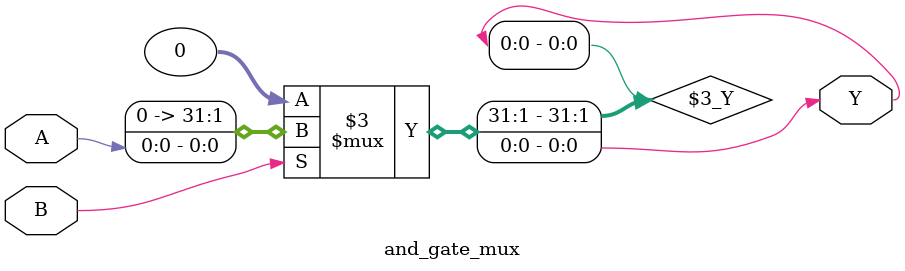
<source format=v>
module and_gate_mux (
    input A, B,
    output Y
);

assign Y = (B == 1) ? A : 0; // Equivalent to A AND B

endmodule
</source>
